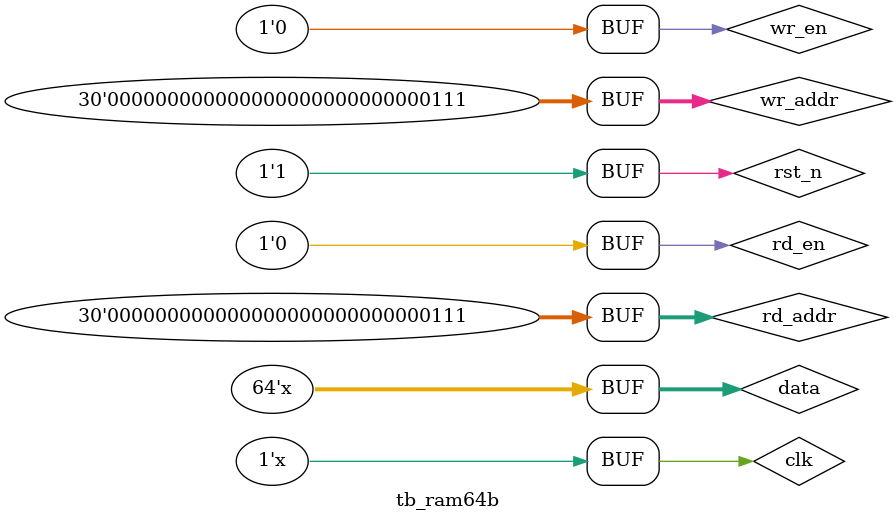
<source format=v>
`timescale 1ns / 1ps


module tb_ram64b(

    );
    
    reg clk, rst_n;
    
    //100MHz时钟
    always#5 clk = ~clk;
    
    //模块连线
    reg        wr_en   ;
    wire[29:0] wr_addr ; //写首地址
    reg [63:0] wr_data ;
    reg        rd_en   ;
    wire[29:0] rd_addr ; //读首地址
    wire[63:0] data    ;
    
    initial begin
        clk = 1'b1;
        rst_n <= 1'b0;
        wr_en <= 1'b0;
        rd_en <= 1'b0;   
    #20
        rst_n <= 1'b1;
    #20
        wr_en <= 1'b1; //写使能
    #10100
        wr_en <= 1'b0;
    #20
        rd_en <= 1'b1; //读使能
    #10100
        rd_en <= 1'b0;
    end
    
    //读写地址, 只要给定一个首地址即可
    //wr_addr & wr_data
    assign wr_addr = 30'd7;
    assign rd_addr = 30'd7;
   
    //写入存储器的数据,每个Byte作为一个基本数据单位进行生成
    genvar i;
    generate
        for(i=0;i<=7;i=i+1) begin
            always@(posedge clk or negedge rst_n) begin
                if(~rst_n) begin
                    wr_data[63-i*8:56-8*i] <= 8'b0+i;  //初始化时64bit数据为64'h0706050403020100
                end else if(wr_en) begin
                    wr_data[63-i*8:56-8*i] <= wr_data[63-i*8:56-8*i] + 8'd8;  //每个Byte都自增8        
                end else begin
                    wr_data[63-i*8:56-8*i] <= wr_data[63-i*8:56-8*i];
                end
            end
        end
    endgenerate

    //RAM例化
    ram64b ram64b_inst(
        .clk     (clk     ),
        .rst_n   (rst_n   ),
        .wr_en   (wr_en   ),
        .wr_addr (wr_addr ),
        .rd_en   (rd_en   ),
        .rd_addr (rd_addr ),
        .data    (data    )
    );
    
    //写使能时数据线为需要写入的数据, 否则置为高阻态
    assign data = (wr_en)?wr_data:{64{1'bz}};
endmodule

</source>
